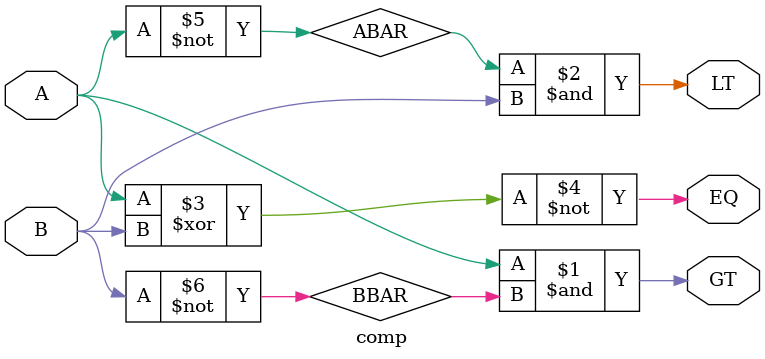
<source format=v>
module comp (A,B,GT,EQ,LT);
input A,B;
output GT,EQ,LT;

not G1 (ABAR,A);
not G2 (BBAR,B);

and G3 (GT,A,BBAR);
and G4 (LT,ABAR,B);
xnor G5 (EQ,A,B);
endmodule
</source>
